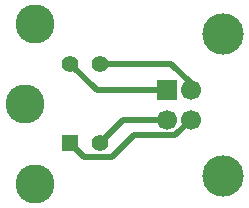
<source format=gbr>
%TF.GenerationSoftware,KiCad,Pcbnew,7.0.9-1.fc39*%
%TF.CreationDate,2023-12-29T10:14:23-08:00*%
%TF.ProjectId,ADB-USB-adapter,4144422d-5553-4422-9d61-646170746572,rev?*%
%TF.SameCoordinates,Original*%
%TF.FileFunction,Copper,L1,Top*%
%TF.FilePolarity,Positive*%
%FSLAX46Y46*%
G04 Gerber Fmt 4.6, Leading zero omitted, Abs format (unit mm)*
G04 Created by KiCad (PCBNEW 7.0.9-1.fc39) date 2023-12-29 10:14:23*
%MOMM*%
%LPD*%
G01*
G04 APERTURE LIST*
%TA.AperFunction,ComponentPad*%
%ADD10R,1.700000X1.700000*%
%TD*%
%TA.AperFunction,ComponentPad*%
%ADD11C,1.700000*%
%TD*%
%TA.AperFunction,ComponentPad*%
%ADD12C,3.500000*%
%TD*%
%TA.AperFunction,ComponentPad*%
%ADD13R,1.398000X1.398000*%
%TD*%
%TA.AperFunction,ComponentPad*%
%ADD14C,1.398000*%
%TD*%
%TA.AperFunction,ComponentPad*%
%ADD15C,3.306000*%
%TD*%
%TA.AperFunction,Conductor*%
%ADD16C,0.500000*%
%TD*%
G04 APERTURE END LIST*
D10*
%TO.P,USB1,1,VBUS*%
%TO.N,Net-(USB1-VBUS)*%
X36576000Y-28702000D03*
D11*
%TO.P,USB1,2,D-*%
%TO.N,Net-(USB1-D-)*%
X36576000Y-31202000D03*
%TO.P,USB1,3,D+*%
%TO.N,Net-(USB1-D+)*%
X38576000Y-31202000D03*
%TO.P,USB1,4,GND*%
%TO.N,GND*%
X38576000Y-28702000D03*
D12*
%TO.P,USB1,5,Shield*%
%TO.N,Net-(USB1-Shield)*%
X41286000Y-23932000D03*
X41286000Y-35972000D03*
%TD*%
D13*
%TO.P,ADB-FEMALE1,1,1*%
%TO.N,Net-(USB1-D+)*%
X28400000Y-33166800D03*
D14*
%TO.P,ADB-FEMALE1,2,2*%
%TO.N,Net-(USB1-VBUS)*%
X28400000Y-26466800D03*
%TO.P,ADB-FEMALE1,3,3*%
%TO.N,Net-(USB1-D-)*%
X30890000Y-33166800D03*
%TO.P,ADB-FEMALE1,4,4*%
%TO.N,GND*%
X30890000Y-26466800D03*
D15*
%TO.P,ADB-FEMALE1,5,SH*%
%TO.N,Net-(USB1-Shield)*%
X24590000Y-29816800D03*
%TO.P,ADB-FEMALE1,6,SH*%
X25400000Y-23056800D03*
%TO.P,ADB-FEMALE1,7,SH*%
X25400000Y-36576800D03*
%TD*%
D16*
%TO.N,Net-(USB1-VBUS)*%
X36576000Y-28702000D02*
X30635200Y-28702000D01*
X30635200Y-28702000D02*
X28400000Y-26466800D01*
%TO.N,Net-(USB1-D+)*%
X31930950Y-34315800D02*
X29549000Y-34315800D01*
X29549000Y-34315800D02*
X28400000Y-33166800D01*
X33744750Y-32502000D02*
X31930950Y-34315800D01*
X37276000Y-32502000D02*
X33744750Y-32502000D01*
X38576000Y-31202000D02*
X37276000Y-32502000D01*
%TO.N,Net-(USB1-D-)*%
X32854800Y-31202000D02*
X30890000Y-33166800D01*
X36576000Y-31202000D02*
X32854800Y-31202000D01*
%TO.N,GND*%
X36940800Y-26466800D02*
X30890000Y-26466800D01*
X38576000Y-28102000D02*
X36940800Y-26466800D01*
X38576000Y-28702000D02*
X38576000Y-28102000D01*
%TD*%
M02*

</source>
